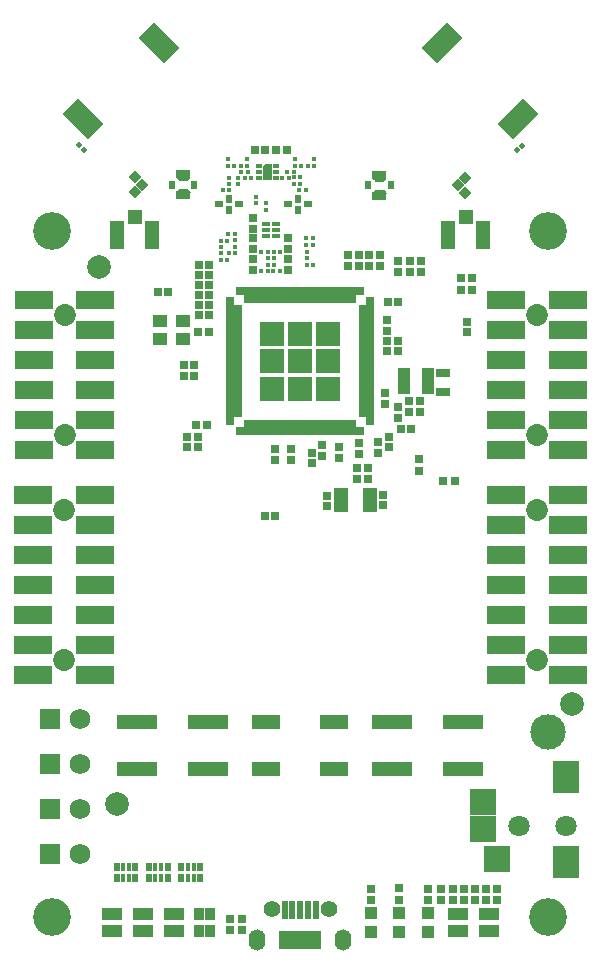
<source format=gts>
G04*
G04 #@! TF.GenerationSoftware,Altium Limited,Altium Designer,21.2.2 (38)*
G04*
G04 Layer_Color=8388736*
%FSLAX44Y44*%
%MOMM*%
G71*
G04*
G04 #@! TF.SameCoordinates,7819C684-4886-4163-8357-BFC2EAAA6F51*
G04*
G04*
G04 #@! TF.FilePolarity,Negative*
G04*
G01*
G75*
%ADD17C,0.1000*%
%ADD63R,2.0000X2.0000*%
%ADD64R,2.0000X2.0000*%
%ADD65R,2.0000X2.0000*%
%ADD66R,0.6500X9.4500*%
%ADD67R,9.4500X0.6500*%
%ADD68R,10.9000X0.6500*%
%ADD69R,0.6500X10.9000*%
%ADD70R,0.7532X0.7532*%
%ADD71R,0.7532X0.7032*%
%ADD72R,0.7032X0.7532*%
%ADD73R,1.0032X1.0032*%
%ADD74C,2.0000*%
%ADD75R,0.4000X0.4500*%
%ADD76R,0.7532X0.7532*%
%ADD77R,0.5032X0.7032*%
%ADD78R,0.7032X0.5032*%
%ADD79R,0.6032X0.7032*%
%ADD80R,1.3032X0.6732*%
%ADD81R,3.2032X1.6032*%
%ADD82R,3.4032X1.2032*%
%ADD83R,2.4532X1.2532*%
%ADD84R,0.8532X1.0532*%
%ADD85R,0.6032X1.5532*%
%ADD86R,3.6032X1.5532*%
%ADD87R,0.4532X0.6532*%
%ADD88R,0.5532X0.6532*%
G04:AMPARAMS|DCode=89|XSize=1.9032mm|YSize=3.0032mm|CornerRadius=0mm|HoleSize=0mm|Usage=FLASHONLY|Rotation=225.000|XOffset=0mm|YOffset=0mm|HoleType=Round|Shape=Rectangle|*
%AMROTATEDRECTD89*
4,1,4,-0.3889,1.7347,1.7347,-0.3889,0.3889,-1.7347,-1.7347,0.3889,-0.3889,1.7347,0.0*
%
%ADD89ROTATEDRECTD89*%

G04:AMPARAMS|DCode=90|XSize=1.9032mm|YSize=3.0032mm|CornerRadius=0mm|HoleSize=0mm|Usage=FLASHONLY|Rotation=315.000|XOffset=0mm|YOffset=0mm|HoleType=Round|Shape=Rectangle|*
%AMROTATEDRECTD90*
4,1,4,-1.7347,-0.3889,0.3889,1.7347,1.7347,0.3889,-0.3889,-1.7347,-1.7347,-0.3889,0.0*
%
%ADD90ROTATEDRECTD90*%

%ADD91R,0.4500X0.4000*%
%ADD92R,0.7532X0.4532*%
%ADD93R,0.5532X0.4532*%
G04:AMPARAMS|DCode=94|XSize=0.4mm|YSize=0.45mm|CornerRadius=0mm|HoleSize=0mm|Usage=FLASHONLY|Rotation=45.000|XOffset=0mm|YOffset=0mm|HoleType=Round|Shape=Rectangle|*
%AMROTATEDRECTD94*
4,1,4,0.0177,-0.3005,-0.3005,0.0177,-0.0177,0.3005,0.3005,-0.0177,0.0177,-0.3005,0.0*
%
%ADD94ROTATEDRECTD94*%

G04:AMPARAMS|DCode=95|XSize=0.4mm|YSize=0.45mm|CornerRadius=0mm|HoleSize=0mm|Usage=FLASHONLY|Rotation=135.000|XOffset=0mm|YOffset=0mm|HoleType=Round|Shape=Rectangle|*
%AMROTATEDRECTD95*
4,1,4,0.3005,0.0177,-0.0177,-0.3005,-0.3005,-0.0177,0.0177,0.3005,0.3005,0.0177,0.0*
%
%ADD95ROTATEDRECTD95*%

%ADD96R,1.2532X2.4032*%
%ADD97R,1.2032X1.2532*%
%ADD98R,1.1532X1.0532*%
%ADD99P,1.0652X4X360.0*%
%ADD100R,1.1532X0.7532*%
%ADD101R,1.2032X2.0032*%
%ADD102R,2.2032X2.7032*%
%ADD103R,2.2032X2.2032*%
%ADD104R,1.0032X2.2032*%
%ADD105R,0.4232X0.6532*%
%ADD106R,0.6532X0.4232*%
%ADD107R,0.3932X0.6532*%
%ADD108R,0.6532X0.3932*%
%ADD109C,3.0032*%
%ADD110C,1.7272*%
%ADD111R,1.7272X1.7272*%
%ADD112C,1.8532*%
%ADD113C,1.4032*%
G04:AMPARAMS|DCode=114|XSize=1.4032mm|YSize=1.8032mm|CornerRadius=0.7016mm|HoleSize=0mm|Usage=FLASHONLY|Rotation=180.000|XOffset=0mm|YOffset=0mm|HoleType=Round|Shape=RoundedRectangle|*
%AMROUNDEDRECTD114*
21,1,1.4032,0.4000,0,0,180.0*
21,1,0.0000,1.8032,0,0,180.0*
1,1,1.4032,0.0000,0.2000*
1,1,1.4032,0.0000,0.2000*
1,1,1.4032,0.0000,-0.2000*
1,1,1.4032,0.0000,-0.2000*
%
%ADD114ROUNDEDRECTD114*%
%ADD115C,3.2032*%
%ADD116C,1.8032*%
G36*
X220000Y677000D02*
X220750Y677000D01*
Y677500D01*
X223750D01*
Y677000D01*
X226250D01*
Y664000D01*
X223750D01*
Y663500D01*
X220750D01*
Y664000D01*
X218250D01*
Y675250D01*
X220000Y677000D01*
D02*
G37*
D17*
X313000Y663750D02*
X321000D01*
X312000Y664500D02*
X322000D01*
X320250Y662750D02*
X323000Y665500D01*
X313750Y662750D02*
X320250D01*
X311000Y665500D02*
X313250Y663250D01*
X313750Y662750D01*
X320250Y655400D02*
X320750Y654900D01*
X323000Y652650D01*
X313750Y655400D02*
X320250D01*
X311000Y652650D02*
X313750Y655400D01*
X312000Y653650D02*
X322000D01*
X313000Y654400D02*
X321000D01*
X147000Y655000D02*
X155000D01*
X146000Y654250D02*
X156000D01*
X145000Y653250D02*
X147750Y656000D01*
X154250D01*
X154750Y655500D02*
X157000Y653250D01*
X154250Y656000D02*
X154750Y655500D01*
X147250Y663850D02*
X147750Y663350D01*
X145000Y666100D02*
X147250Y663850D01*
X147750Y663350D02*
X154250D01*
X157000Y666100D01*
X146000Y665100D02*
X156000D01*
X147000Y664350D02*
X155000D01*
D63*
X226500Y510000D02*
D03*
X273500Y486500D02*
D03*
Y510000D02*
D03*
Y533500D02*
D03*
X226500D02*
D03*
X250000Y510000D02*
D03*
Y533500D02*
D03*
D64*
X226500Y486500D02*
D03*
D65*
X250000D02*
D03*
D66*
X303000Y510000D02*
D03*
X197000Y510000D02*
D03*
D67*
X250000Y457000D02*
D03*
X250000Y563000D02*
D03*
D68*
X250000Y569250D02*
D03*
Y450750D02*
D03*
D69*
X190750Y510000D02*
D03*
X309250D02*
D03*
D70*
X260000Y423750D02*
D03*
Y432750D02*
D03*
X310000Y54250D02*
D03*
Y63250D02*
D03*
X299750Y431500D02*
D03*
Y440500D02*
D03*
X315750Y432500D02*
D03*
Y441500D02*
D03*
X283250Y437500D02*
D03*
Y428500D02*
D03*
X307500Y419500D02*
D03*
Y410500D02*
D03*
X325250Y446250D02*
D03*
Y437250D02*
D03*
X320500Y388250D02*
D03*
Y397250D02*
D03*
X228750Y435750D02*
D03*
Y426750D02*
D03*
X242500Y435750D02*
D03*
Y426750D02*
D03*
X273000Y396250D02*
D03*
Y387250D02*
D03*
X352500Y585750D02*
D03*
Y594750D02*
D03*
X333000Y585750D02*
D03*
Y594750D02*
D03*
X200500Y37750D02*
D03*
Y28750D02*
D03*
X191000Y37750D02*
D03*
Y28750D02*
D03*
X358000Y63250D02*
D03*
Y54250D02*
D03*
X369500Y63250D02*
D03*
Y54250D02*
D03*
X379000D02*
D03*
Y63250D02*
D03*
X388500Y54250D02*
D03*
Y63250D02*
D03*
X398000Y63250D02*
D03*
Y54250D02*
D03*
X407500Y54250D02*
D03*
Y63250D02*
D03*
X417000Y54250D02*
D03*
Y63250D02*
D03*
X210250Y596500D02*
D03*
Y587500D02*
D03*
X239750Y596500D02*
D03*
Y587500D02*
D03*
X210250Y631000D02*
D03*
Y622000D02*
D03*
X239750Y605500D02*
D03*
Y614500D02*
D03*
X332750Y471250D02*
D03*
Y462250D02*
D03*
X323500Y545000D02*
D03*
Y536000D02*
D03*
X351500Y467500D02*
D03*
Y476500D02*
D03*
X297750Y419500D02*
D03*
Y410500D02*
D03*
X268750Y439000D02*
D03*
Y430000D02*
D03*
X290500Y591000D02*
D03*
Y600000D02*
D03*
X299500Y591000D02*
D03*
Y600000D02*
D03*
X308500Y591000D02*
D03*
Y600000D02*
D03*
X317500Y591000D02*
D03*
Y600000D02*
D03*
X210250Y614500D02*
D03*
Y605500D02*
D03*
X342250Y467500D02*
D03*
Y476500D02*
D03*
X322000Y474000D02*
D03*
Y483000D02*
D03*
X342750Y585750D02*
D03*
Y594750D02*
D03*
X391000Y534500D02*
D03*
Y543500D02*
D03*
D71*
X350750Y417250D02*
D03*
Y427250D02*
D03*
X334000Y53750D02*
D03*
Y63750D02*
D03*
D72*
X380750Y408910D02*
D03*
X370750D02*
D03*
D73*
X310000Y26750D02*
D03*
Y43250D02*
D03*
X334000Y26750D02*
D03*
Y43250D02*
D03*
X358000Y43250D02*
D03*
Y26750D02*
D03*
D74*
X95000Y135000D02*
D03*
X80000Y590000D02*
D03*
X480000Y220000D02*
D03*
D75*
X260750Y614250D02*
D03*
X255250D02*
D03*
X232750Y586750D02*
D03*
X227250D02*
D03*
X222750D02*
D03*
X217250D02*
D03*
X222500Y602750D02*
D03*
X217000D02*
D03*
X233000D02*
D03*
X227500D02*
D03*
X189500Y601750D02*
D03*
X195000D02*
D03*
X188250Y596250D02*
D03*
X182750D02*
D03*
X188250Y612250D02*
D03*
X182750D02*
D03*
X261000Y592000D02*
D03*
X255500D02*
D03*
X260750Y608500D02*
D03*
X255250D02*
D03*
X254750Y655000D02*
D03*
X249250D02*
D03*
X184250D02*
D03*
X189750D02*
D03*
X251000Y675500D02*
D03*
X256500D02*
D03*
X199501D02*
D03*
X194000D02*
D03*
X189250Y617750D02*
D03*
X194750D02*
D03*
X205500Y670500D02*
D03*
X200000D02*
D03*
X203250Y665500D02*
D03*
X208750D02*
D03*
X240250D02*
D03*
X234750D02*
D03*
X239000Y670500D02*
D03*
X244500D02*
D03*
D76*
X154500Y446000D02*
D03*
X163500D02*
D03*
X154500Y437250D02*
D03*
X163500D02*
D03*
X129250Y568500D02*
D03*
X138250D02*
D03*
X164000Y574750D02*
D03*
X173000D02*
D03*
X171000Y455750D02*
D03*
X162000D02*
D03*
X395250Y570750D02*
D03*
X386250D02*
D03*
X386250Y580250D02*
D03*
X395250D02*
D03*
X163500Y535250D02*
D03*
X172500D02*
D03*
X151500Y497750D02*
D03*
X160500D02*
D03*
X151500Y506750D02*
D03*
X160500D02*
D03*
X164000Y583250D02*
D03*
X173000D02*
D03*
X164000Y566250D02*
D03*
X173000D02*
D03*
X164000Y549250D02*
D03*
X173000D02*
D03*
X323500Y527500D02*
D03*
X332500D02*
D03*
X323500Y518750D02*
D03*
X332500D02*
D03*
X324250Y560000D02*
D03*
X333250D02*
D03*
X335250Y453000D02*
D03*
X344250D02*
D03*
X229000Y379500D02*
D03*
X220000D02*
D03*
X173000Y591750D02*
D03*
X164000D02*
D03*
X173000Y557750D02*
D03*
X164000D02*
D03*
X220500Y688750D02*
D03*
X211500D02*
D03*
X229750D02*
D03*
X238750D02*
D03*
D77*
X189750Y647500D02*
D03*
Y638500D02*
D03*
X248500Y647500D02*
D03*
Y638500D02*
D03*
D78*
X181250Y643000D02*
D03*
X198250D02*
D03*
X240000Y643000D02*
D03*
X257000D02*
D03*
D79*
X307500Y659000D02*
D03*
X326500D02*
D03*
X160500Y659750D02*
D03*
X141500D02*
D03*
D80*
X317000Y668000D02*
D03*
Y650000D02*
D03*
X151000Y650750D02*
D03*
Y668750D02*
D03*
D81*
X76570Y435390D02*
D03*
Y460790D02*
D03*
Y486190D02*
D03*
Y511590D02*
D03*
Y536990D02*
D03*
Y562390D02*
D03*
X24570D02*
D03*
Y536990D02*
D03*
Y511590D02*
D03*
Y486190D02*
D03*
Y460790D02*
D03*
Y435390D02*
D03*
X76000Y244890D02*
D03*
Y270290D02*
D03*
Y295690D02*
D03*
Y321090D02*
D03*
Y346490D02*
D03*
Y371890D02*
D03*
Y397290D02*
D03*
X24000D02*
D03*
Y371890D02*
D03*
Y346490D02*
D03*
Y321090D02*
D03*
Y295690D02*
D03*
Y270290D02*
D03*
Y244890D02*
D03*
X476570Y435390D02*
D03*
Y460790D02*
D03*
Y486190D02*
D03*
Y511590D02*
D03*
Y536990D02*
D03*
Y562390D02*
D03*
X424570D02*
D03*
Y536990D02*
D03*
Y511590D02*
D03*
Y486190D02*
D03*
Y460790D02*
D03*
Y435390D02*
D03*
X476500Y244890D02*
D03*
Y270290D02*
D03*
Y295690D02*
D03*
Y321090D02*
D03*
Y346490D02*
D03*
Y371890D02*
D03*
Y397290D02*
D03*
X424500D02*
D03*
Y371890D02*
D03*
Y346490D02*
D03*
Y321090D02*
D03*
Y295690D02*
D03*
Y270290D02*
D03*
Y244890D02*
D03*
D82*
X328000Y205000D02*
D03*
Y165000D02*
D03*
X388000D02*
D03*
Y205000D02*
D03*
X112000D02*
D03*
Y165000D02*
D03*
X172000D02*
D03*
Y205000D02*
D03*
D83*
X278750Y204750D02*
D03*
Y165250D02*
D03*
X221250D02*
D03*
Y204750D02*
D03*
D84*
X164750Y27750D02*
D03*
Y42250D02*
D03*
X173250Y27750D02*
D03*
Y42250D02*
D03*
X138750Y27750D02*
D03*
Y42250D02*
D03*
X147250Y27750D02*
D03*
Y42250D02*
D03*
X112750Y27750D02*
D03*
Y42250D02*
D03*
X121250Y27750D02*
D03*
Y42250D02*
D03*
X414250D02*
D03*
Y27750D02*
D03*
X405750D02*
D03*
Y42250D02*
D03*
X388250D02*
D03*
Y27750D02*
D03*
X379750D02*
D03*
Y42250D02*
D03*
X86750Y27750D02*
D03*
Y42250D02*
D03*
X95250Y27750D02*
D03*
Y42250D02*
D03*
D85*
X250000Y45750D02*
D03*
X243500D02*
D03*
X237000D02*
D03*
X256500D02*
D03*
X263000D02*
D03*
D86*
X250000Y20000D02*
D03*
D87*
X105000Y82250D02*
D03*
Y72750D02*
D03*
X100000D02*
D03*
Y82250D02*
D03*
X160000Y82250D02*
D03*
Y72750D02*
D03*
X155000D02*
D03*
Y82250D02*
D03*
X132500D02*
D03*
Y72750D02*
D03*
X127500D02*
D03*
Y82250D02*
D03*
D88*
X110500Y82250D02*
D03*
Y72750D02*
D03*
X94500Y82250D02*
D03*
Y72750D02*
D03*
X165500Y82250D02*
D03*
Y72750D02*
D03*
X149500Y82250D02*
D03*
Y72750D02*
D03*
X138000Y82250D02*
D03*
Y72750D02*
D03*
X122000Y82250D02*
D03*
Y72750D02*
D03*
D89*
X66077Y715077D02*
D03*
X130423Y779424D02*
D03*
D90*
X434173Y715077D02*
D03*
X369827Y779424D02*
D03*
D91*
X227500Y597500D02*
D03*
Y592000D02*
D03*
X222500Y597500D02*
D03*
Y592000D02*
D03*
X220750Y638250D02*
D03*
Y643750D02*
D03*
X212500Y649250D02*
D03*
Y643750D02*
D03*
X182750Y601500D02*
D03*
Y607000D02*
D03*
X194500D02*
D03*
Y612500D02*
D03*
X255500Y597500D02*
D03*
Y603000D02*
D03*
X250000Y665750D02*
D03*
Y660250D02*
D03*
X244750Y660250D02*
D03*
Y665750D02*
D03*
X190000Y665500D02*
D03*
Y660000D02*
D03*
X246000Y681000D02*
D03*
Y675500D02*
D03*
X261750Y681000D02*
D03*
Y675500D02*
D03*
X188750Y681000D02*
D03*
Y675500D02*
D03*
X204750Y681000D02*
D03*
Y675500D02*
D03*
X197500Y660000D02*
D03*
X197500Y665500D02*
D03*
D92*
X229250Y616001D02*
D03*
X220750D02*
D03*
X229250Y626001D02*
D03*
Y621000D02*
D03*
X220750D02*
D03*
Y626001D02*
D03*
D93*
X215000Y665500D02*
D03*
Y675500D02*
D03*
Y670500D02*
D03*
X229500Y665500D02*
D03*
Y670500D02*
D03*
Y675500D02*
D03*
D94*
X433806Y688806D02*
D03*
X437694Y692695D02*
D03*
D95*
X66945Y689305D02*
D03*
X63056Y693195D02*
D03*
D96*
X95250Y617000D02*
D03*
X124750D02*
D03*
X375250Y617000D02*
D03*
X404750D02*
D03*
D97*
X110000Y632250D02*
D03*
X390000Y632250D02*
D03*
D98*
X131250Y529000D02*
D03*
Y544500D02*
D03*
X150750Y529000D02*
D03*
Y544500D02*
D03*
D99*
X110068Y653318D02*
D03*
X116432Y659682D02*
D03*
X110068Y666046D02*
D03*
X389932Y665432D02*
D03*
X383568Y659068D02*
D03*
X389932Y652704D02*
D03*
D100*
X371000Y500250D02*
D03*
Y484250D02*
D03*
D101*
X309250Y392750D02*
D03*
X284250D02*
D03*
D102*
X475000Y158500D02*
D03*
Y86500D02*
D03*
D103*
X405000Y137000D02*
D03*
Y114000D02*
D03*
X417000Y89000D02*
D03*
D104*
X338000Y493500D02*
D03*
X358000D02*
D03*
D105*
X205000Y563000D02*
D03*
X210000D02*
D03*
X215000D02*
D03*
X220000D02*
D03*
X225000D02*
D03*
X230000D02*
D03*
X235000D02*
D03*
X240000D02*
D03*
X245000D02*
D03*
X250000D02*
D03*
X255000D02*
D03*
X260000D02*
D03*
X265000D02*
D03*
X270000D02*
D03*
X275000D02*
D03*
X280000D02*
D03*
X285000D02*
D03*
X290000D02*
D03*
X295000D02*
D03*
Y457000D02*
D03*
X290000D02*
D03*
X285000D02*
D03*
X280000D02*
D03*
X275000D02*
D03*
X270000D02*
D03*
X265000D02*
D03*
X260000D02*
D03*
X255000D02*
D03*
X250000D02*
D03*
X245000D02*
D03*
X240000D02*
D03*
X235000D02*
D03*
X230000D02*
D03*
X225000D02*
D03*
X220000D02*
D03*
X215000D02*
D03*
X210000D02*
D03*
X205000D02*
D03*
D106*
X303000Y555000D02*
D03*
Y550000D02*
D03*
Y545000D02*
D03*
Y540000D02*
D03*
Y535000D02*
D03*
Y530000D02*
D03*
Y525000D02*
D03*
Y520000D02*
D03*
Y515000D02*
D03*
Y510000D02*
D03*
Y505000D02*
D03*
Y500000D02*
D03*
Y495000D02*
D03*
Y490000D02*
D03*
Y485000D02*
D03*
Y480000D02*
D03*
Y475000D02*
D03*
Y470000D02*
D03*
Y465000D02*
D03*
X197000D02*
D03*
Y470000D02*
D03*
Y475000D02*
D03*
Y480000D02*
D03*
Y485000D02*
D03*
Y490000D02*
D03*
Y495000D02*
D03*
Y500000D02*
D03*
Y505000D02*
D03*
Y510000D02*
D03*
Y515000D02*
D03*
Y520000D02*
D03*
Y525000D02*
D03*
Y530000D02*
D03*
Y535000D02*
D03*
Y540000D02*
D03*
Y545000D02*
D03*
Y550000D02*
D03*
Y555000D02*
D03*
D107*
X197500Y569250D02*
D03*
X202500D02*
D03*
X207500D02*
D03*
X212500D02*
D03*
X217500D02*
D03*
X222500D02*
D03*
X227500D02*
D03*
X232500D02*
D03*
X237500D02*
D03*
X242500D02*
D03*
X247500D02*
D03*
X252500D02*
D03*
X257500D02*
D03*
X262500D02*
D03*
X267500D02*
D03*
X272500D02*
D03*
X277500D02*
D03*
X282500D02*
D03*
X287500D02*
D03*
X292500D02*
D03*
X297500D02*
D03*
X302500D02*
D03*
Y450750D02*
D03*
X297500D02*
D03*
X292500D02*
D03*
X287500D02*
D03*
X282500D02*
D03*
X277500D02*
D03*
X272500D02*
D03*
X267500D02*
D03*
X262500D02*
D03*
X257500D02*
D03*
X252500D02*
D03*
X247500D02*
D03*
X242500D02*
D03*
X237500D02*
D03*
X232500D02*
D03*
X227500D02*
D03*
X222500D02*
D03*
X217500D02*
D03*
X212500D02*
D03*
X207500D02*
D03*
X202500D02*
D03*
X197500D02*
D03*
D108*
X309250Y562500D02*
D03*
Y557500D02*
D03*
Y552500D02*
D03*
Y547500D02*
D03*
Y542500D02*
D03*
Y537500D02*
D03*
Y532500D02*
D03*
Y527500D02*
D03*
Y522500D02*
D03*
Y517500D02*
D03*
Y512500D02*
D03*
Y507500D02*
D03*
Y502500D02*
D03*
Y497500D02*
D03*
Y492500D02*
D03*
Y487500D02*
D03*
Y482500D02*
D03*
Y477500D02*
D03*
Y472500D02*
D03*
Y467500D02*
D03*
Y462500D02*
D03*
Y457500D02*
D03*
X190750D02*
D03*
Y462500D02*
D03*
Y467500D02*
D03*
Y472500D02*
D03*
Y477500D02*
D03*
Y482500D02*
D03*
Y487500D02*
D03*
Y492500D02*
D03*
Y497500D02*
D03*
Y502500D02*
D03*
Y507500D02*
D03*
Y512500D02*
D03*
Y517500D02*
D03*
Y522500D02*
D03*
Y527500D02*
D03*
Y532500D02*
D03*
Y537500D02*
D03*
Y542500D02*
D03*
Y547500D02*
D03*
Y552500D02*
D03*
Y557500D02*
D03*
Y562500D02*
D03*
D109*
X460000Y196250D02*
D03*
D110*
X63208Y92744D02*
D03*
X63208Y130844D02*
D03*
X63208Y168944D02*
D03*
X63208Y207044D02*
D03*
D111*
X37808Y92744D02*
D03*
X37808Y130844D02*
D03*
X37808Y168944D02*
D03*
X37808Y207044D02*
D03*
D112*
X50570Y448090D02*
D03*
Y549690D02*
D03*
X50000Y257590D02*
D03*
Y384590D02*
D03*
X450570Y448090D02*
D03*
Y549690D02*
D03*
X450500Y257590D02*
D03*
Y384590D02*
D03*
D113*
X274250Y46500D02*
D03*
X225750D02*
D03*
D114*
X213750Y20000D02*
D03*
X286250D02*
D03*
D115*
X40000Y40000D02*
D03*
X460000D02*
D03*
X40000Y620000D02*
D03*
X460000D02*
D03*
D116*
X435000Y117000D02*
D03*
X475000D02*
D03*
M02*

</source>
